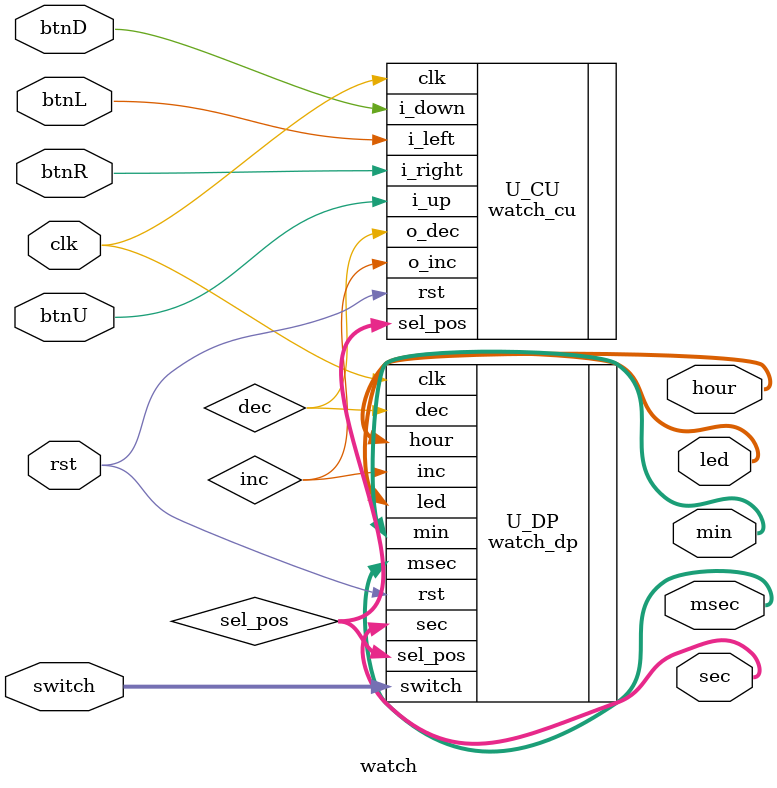
<source format=v>
`timescale 1ns / 1ps

module watch(
    input clk,
    input rst,
    input btnL, btnR, btnU, btnD,
    input  [1:0] switch,
    output [6:0] msec,
    output [5:0] sec,
    output [5:0] min,
    output [4:0] hour,
    output [2:0] led
    );

    wire [1:0] sel_pos;
    wire inc, dec;

    // CU: 버튼 제어 (위치 선택 + inc/dec)
    watch_cu U_CU (
        .clk(clk),
        .rst(rst),
        .i_left(btnL),
        .i_right(btnR),
        .i_up(btnU),
        .i_down(btnD),
        .sel_pos(sel_pos),
        .o_inc(inc),
        .o_dec(dec)
    );

    // DP: 시간 흐름 + 선택된 위치 증감
    watch_dp U_DP (
        .clk(clk),
        .rst(rst),
        .sel_pos(sel_pos),
        .inc(inc),
        .dec(dec),
        .switch(switch),
        .msec(msec),
        .sec(sec),
        .min(min),
        .hour(hour),
        .led(led)
);
endmodule


</source>
